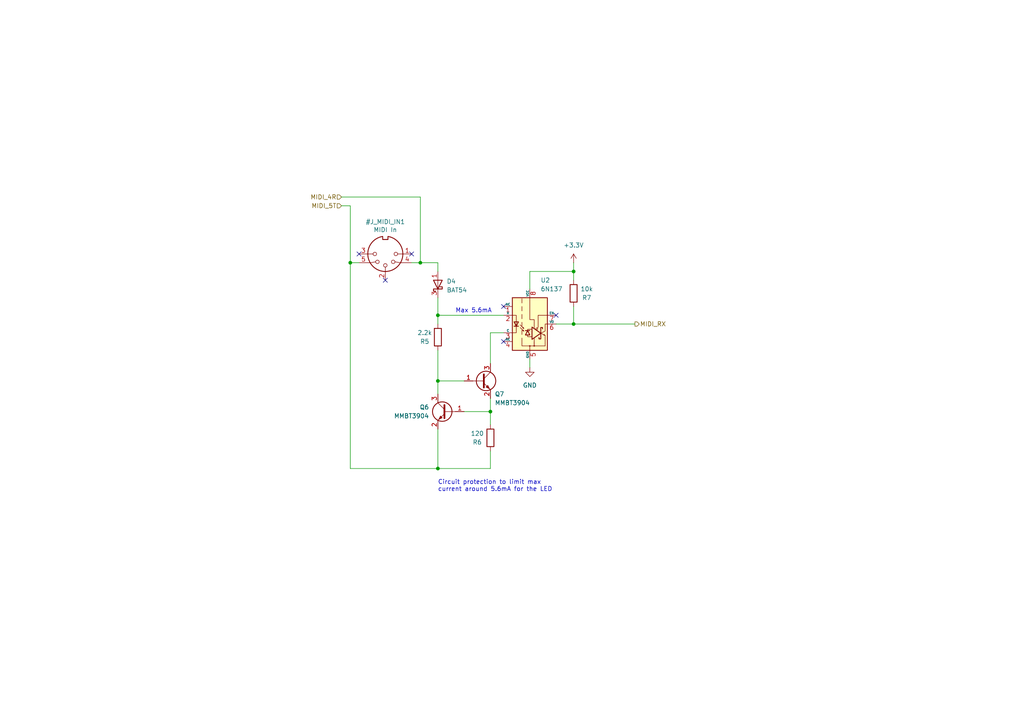
<source format=kicad_sch>
(kicad_sch (version 20250114) (generator "eeschema") (generator_version "9.0")
  (paper "A4")
  (lib_symbols
    (symbol "Connector:DIN-5_180degree" (pin_names (offset 1.016))
      (property "Reference" "J" (at 3.175 5.715 0))
      (property "Value" "DIN-5_180degree" (at 0 -6.35 0))
      (symbol "DIN-5_180degree_0_1"
        (polyline (pts (xy -5.08 2.54) (xy -4.318 2.54) (xy -2.794 2.286)))
        (polyline (pts (xy -5.08 0) (xy -3.556 0)))
        (circle (center -3.048 0) (radius 0.508))
        (circle (center -2.286 2.286) (radius 0.508))
        (polyline (pts (xy -0.762 -4.953) (xy -0.762 -4.191) (xy 0.762 -4.191) (xy 0.762 -4.953)) (stroke (width 0.254)))
        (arc (start 5.08 0) (mid 3.8673 -3.3444) (end 0.762 -5.08) (stroke (width 0.254)))
        (polyline (pts (xy 0 5.08) (xy 0 3.81)))
        (circle (center 0 3.302) (radius 0.508))
        (arc (start -5.08 0) (mid 0 5.0579) (end 5.08 0) (stroke (width 0.254)))
        (arc (start -0.762 -5.08) (mid -3.8597 -3.3379) (end -5.08 0) (stroke (width 0.254)))
        (circle (center 2.286 2.286) (radius 0.508))
        (circle (center 3.048 0) (radius 0.508))
        (polyline (pts (xy 5.08 2.54) (xy 4.318 2.54) (xy 2.794 2.286)))
        (polyline (pts (xy 5.08 0) (xy 3.556 0)))
      )
      (symbol "DIN-5_180degree_1_1"
        (pin passive line (at -7.62 2.54 0) (length 2.54) (name "~") (number "4"))
        (pin passive line (at -7.62 0 0) (length 2.54) (name "~") (number "1"))
        (pin passive line (at 0 7.62 270) (length 2.54) (name "~") (number "2"))
        (pin passive line (at 7.62 2.54 180) (length 2.54) (name "~") (number "5"))
        (pin passive line (at 7.62 0 180) (length 2.54) (name "~") (number "3"))
      )
    )
    (symbol "Device:R" (pin_numbers (hide yes)) (pin_names (offset 0))
      (property "Reference" "R" (at 2.032 0 90))
      (property "Value" "R" (at 0 0 90))
      (symbol "R_0_1"
        (rectangle (start -1.016 -2.54) (end 1.016 2.54) (stroke (width 0.254)))
      )
      (symbol "R_1_1"
        (pin passive line (at 0 3.81 270) (length 1.27) (name "~") (number "1"))
        (pin passive line (at 0 -3.81 90) (length 1.27) (name "~") (number "2"))
      )
    )
    (symbol "Diode:BAT54W" (pin_names (offset 1.016) (hide yes))
      (property "Reference" "D" (at 0 2.54 0))
      (property "Value" "BAT54W" (at 0 -2.54 0))
      (symbol "BAT54W_0_1"
        (polyline (pts (xy -1.905 0.635) (xy -1.905 1.27) (xy -1.27 1.27) (xy -1.27 -1.27) (xy -0.635 -1.27) (xy -0.635 -0.635)) (stroke (width 0.254)))
        (polyline (pts (xy 1.27 1.27) (xy 1.27 -1.27) (xy -1.27 0) (xy 1.27 1.27)) (stroke (width 0.254)))
        (polyline (pts (xy 1.27 0) (xy -1.27 0)))
      )
      (symbol "BAT54W_1_1"
        (pin passive line (at -3.81 0 0) (length 2.54) (name "K") (number "3"))
        (pin no_connect line (at 0 0 90) (length 2.54) (hide yes) (name "NC") (number "2"))
        (pin passive line (at 3.81 0 180) (length 2.54) (name "A") (number "1"))
      )
    )
    (symbol "Isolator:6N137" (pin_names (offset 0))
      (property "Reference" "U" (at -4.064 8.89 0))
      (property "Value" "6N137" (at 0 -8.89 0))
      (symbol "6N137_0_1"
        (polyline (pts (xy -5.08 -2.54) (xy -3.937 -2.54) (xy -3.937 2.54) (xy -5.08 2.54)))
        (polyline (pts (xy -2.794 -0.254) (xy -1.717 -1.331) (xy -2.076 -1.152) (xy -1.896 -0.972) (xy -1.717 -1.331)))
        (polyline (pts (xy -2.794 -1.016) (xy -1.717 -2.093) (xy -2.076 -1.914) (xy -1.896 -1.734) (xy -1.717 -2.093)))
        (polyline (pts (xy 0 -6.35) (xy -2.286 -6.35) (xy -2.286 -4.064)))
        (polyline (pts (xy 1.27 -5.08) (xy 1.27 -6.35) (xy 0 -6.35) (xy 0 -7.62)))
        (polyline (pts (xy 3.175 -2.667) (xy 0.635 -4.445) (xy 0.635 -0.889) (xy 3.175 -2.667)) (stroke (width 0.254)))
      )
      (symbol "6N137_1_1"
        (rectangle (start -5.08 7.62) (end 5.08 -7.62) (stroke (width 0.254)) (fill (type background)))
        (polyline (pts (xy -4.572 -0.635) (xy -3.302 -0.635)) (stroke (width 0.254)))
        (polyline (pts (xy -3.937 -0.635) (xy -4.572 0.635) (xy -3.302 0.635) (xy -3.937 -0.635)) (stroke (width 0.254)))
        (polyline (pts (xy -2.286 7.366) (xy -2.286 6.096)))
        (polyline (pts (xy -2.286 5.08) (xy -2.286 3.81)))
        (polyline (pts (xy -2.286 2.794) (xy -2.286 1.524)))
        (polyline (pts (xy -2.286 0.508) (xy -2.286 -0.762)))
        (polyline (pts (xy -2.286 -1.778) (xy -2.286 -3.048)))
        (polyline (pts (xy -1.27 -1.905) (xy 0 -1.905)) (stroke (width 0.254)))
        (polyline (pts (xy -0.635 -1.905) (xy -0.635 -1.524) (xy 0.508 -1.524)))
        (polyline (pts (xy -0.635 -1.905) (xy -1.27 -3.175) (xy 0 -3.175) (xy -0.635 -1.905)) (stroke (width 0.254)))
        (polyline (pts (xy -0.635 -3.302) (xy -0.635 -3.683) (xy 0.635 -3.683)))
        (circle (center 0 -6.35) (radius 0.127) (fill (type outline)))
        (polyline (pts (xy 1.27 -1.27) (xy 1.27 1.27) (xy 0 1.27) (xy 0 7.62)))
        (polyline (pts (xy 1.27 -4.064) (xy 1.27 -6.35) (xy 4.445 -6.35)))
        (circle (center 1.27 -6.35) (radius 0.127) (fill (type outline)))
        (circle (center 2.032 -1.397) (radius 0.254))
        (polyline (pts (xy 2.1844 -1.1684) (xy 2.413 -0.889) (xy 2.413 2.54) (xy 5.08 2.54)))
        (polyline (pts (xy 3.175 -2.667) (xy 4.445 -3.302) (xy 4.445 -6.35)))
        (polyline (pts (xy 3.175 -2.667) (xy 3.175 -1.016) (xy 3.683 -1.016) (xy 3.683 -1.397)) (stroke (width 0.254)))
        (polyline (pts (xy 3.175 -2.667) (xy 3.175 -4.318) (xy 2.667 -4.318) (xy 2.667 -3.937)) (stroke (width 0.254)))
        (polyline (pts (xy 3.175 -2.667) (xy 4.445 -2.032) (xy 4.445 0) (xy 5.08 0)))
        (polyline (pts (xy 4.445 -3.302) (xy 4.161 -3.018) (xy 4.047 -3.246) (xy 4.445 -3.302)) (stroke (width 0.127)) (fill (type outline)))
        (pin passive line (at -7.62 5.08 0) (length 2.54) (name "NC") (number "1"))
        (pin passive line (at -7.62 2.54 0) (length 2.54) (name "A") (number "2"))
        (pin passive line (at -7.62 -2.54 0) (length 2.54) (name "C") (number "3"))
        (pin passive line (at -7.62 -5.08 0) (length 2.54) (name "NC") (number "4"))
        (pin power_in line (at 0 10.16 270) (length 2.54) (name "VCC") (number "8"))
        (pin power_in line (at 0 -10.16 90) (length 2.54) (name "GND") (number "5"))
        (pin input line (at 7.62 2.54 180) (length 2.54) (name "EN") (number "7"))
        (pin open_collector line (at 7.62 0 180) (length 2.54) (name "VO") (number "6"))
      )
    )
    (symbol "Transistor_BJT:MMBT3904" (pin_names (offset 0) (hide yes))
      (property "Reference" "Q" (at 5.08 1.905 0))
      (property "Value" "MMBT3904" (at 5.08 0 0))
      (symbol "MMBT3904_0_1"
        (polyline (pts (xy -2.54 0) (xy 0.635 0)))
        (polyline (pts (xy 0.635 1.905) (xy 0.635 -1.905)) (stroke (width 0.508)))
        (circle (center 1.27 0) (radius 2.8194) (stroke (width 0.254)))
      )
      (symbol "MMBT3904_1_1"
        (polyline (pts (xy 0.635 0.635) (xy 2.54 2.54)))
        (polyline (pts (xy 0.635 -0.635) (xy 2.54 -2.54)))
        (polyline (pts (xy 1.27 -1.778) (xy 1.778 -1.27) (xy 2.286 -2.286) (xy 1.27 -1.778)) (fill (type outline)))
        (pin input line (at -5.08 0 0) (length 2.54) (name "B") (number "1"))
        (pin passive line (at 2.54 5.08 270) (length 2.54) (name "C") (number "3"))
        (pin passive line (at 2.54 -5.08 90) (length 2.54) (name "E") (number "2"))
      )
    )
    (symbol "power:+3.3V" (power) (pin_numbers (hide yes)) (pin_names (offset 0) (hide yes))
      (property "Value" "+3.3V" (at 0 3.556 0))
      (symbol "+3.3V_0_1"
        (polyline (pts (xy -0.762 1.27) (xy 0 2.54)))
        (polyline (pts (xy 0 2.54) (xy 0.762 1.27)))
        (polyline (pts (xy 0 0) (xy 0 2.54)))
      )
      (symbol "+3.3V_1_1"
        (pin power_in line (at 0 0 90) (length 0) (name "~") (number "1"))
      )
    )
    (symbol "power:GND" (power) (pin_numbers (hide yes)) (pin_names (offset 0) (hide yes))
      (property "Value" "GND" (at 0 -3.81 0))
      (symbol "GND_0_1"
        (polyline (pts (xy 0 0) (xy 0 -1.27) (xy 1.27 -1.27) (xy 0 -2.54) (xy -1.27 -1.27) (xy 0 -1.27)))
      )
      (symbol "GND_1_1"
        (pin power_in line (at 0 0 270) (length 0) (name "~") (number "1"))
      )
    )
  )
  (text "Max 5.6mA" (at 132.08 90.17 0) (effects (font (size 1.27 1.27)) (justify left)))
  (text "Circuit protection to limit max \ncurrent around 5.6mA for the LED" (at 127 140.97 0) (effects (font (size 1.27 1.27)) (justify left)))
  (junction (at 166.37 93.98))
  (junction (at 166.37 78.74))
  (junction (at 101.6 76.2))
  (junction (at 121.92 76.2))
  (junction (at 127 91.44))
  (junction (at 127 110.49))
  (junction (at 127 135.89))
  (junction (at 142.24 119.38))
  (no_connect (at 146.05 88.9))
  (no_connect (at 119.38 73.66))
  (no_connect (at 104.14 73.66))
  (no_connect (at 146.05 99.06))
  (no_connect (at 111.76 81.28))
  (no_connect (at 161.29 91.44))
  (wire (pts (xy 142.24 119.38) (xy 142.24 115.57)))
  (wire (pts (xy 121.92 57.15) (xy 121.92 76.2)))
  (wire (pts (xy 146.05 96.52) (xy 142.24 96.52)))
  (wire (pts (xy 99.06 57.15) (xy 121.92 57.15)))
  (wire (pts (xy 101.6 76.2) (xy 104.14 76.2)))
  (wire (pts (xy 119.38 76.2) (xy 121.92 76.2)))
  (wire (pts (xy 101.6 59.69) (xy 101.6 76.2)))
  (wire (pts (xy 127 110.49) (xy 127 114.3)))
  (wire (pts (xy 101.6 59.69) (xy 99.06 59.69)))
  (wire (pts (xy 142.24 119.38) (xy 142.24 123.19)))
  (wire (pts (xy 153.67 106.68) (xy 153.67 104.14)))
  (wire (pts (xy 134.62 119.38) (xy 142.24 119.38)))
  (wire (pts (xy 127 91.44) (xy 127 93.98)))
  (wire (pts (xy 127 135.89) (xy 142.24 135.89)))
  (wire (pts (xy 166.37 93.98) (xy 184.15 93.98)))
  (wire (pts (xy 101.6 76.2) (xy 101.6 135.89)))
  (wire (pts (xy 161.29 93.98) (xy 166.37 93.98)))
  (wire (pts (xy 153.67 78.74) (xy 153.67 83.82)))
  (wire (pts (xy 166.37 76.2) (xy 166.37 78.74)))
  (wire (pts (xy 127 124.46) (xy 127 135.89)))
  (wire (pts (xy 166.37 78.74) (xy 166.37 81.28)))
  (wire (pts (xy 166.37 78.74) (xy 153.67 78.74)))
  (wire (pts (xy 127 91.44) (xy 127 86.36)))
  (wire (pts (xy 121.92 76.2) (xy 127 76.2)))
  (wire (pts (xy 127 101.6) (xy 127 110.49)))
  (wire (pts (xy 101.6 135.89) (xy 127 135.89)))
  (wire (pts (xy 127 76.2) (xy 127 78.74)))
  (wire (pts (xy 142.24 96.52) (xy 142.24 105.41)))
  (wire (pts (xy 127 110.49) (xy 134.62 110.49)))
  (wire (pts (xy 166.37 88.9) (xy 166.37 93.98)))
  (wire (pts (xy 146.05 91.44) (xy 127 91.44)))
  (wire (pts (xy 142.24 135.89) (xy 142.24 130.81)))
  (hierarchical_label "MIDI_RX" (shape output) (at 184.15 93.98 0))
  (hierarchical_label "MIDI_4R" (shape input) (at 99.06 57.15 180))
  (hierarchical_label "MIDI_5T" (shape input) (at 99.06 59.69 180))
  (symbol (lib_id "power:+3.3V") (at 166.37 76.2 0) (unit 1)
    (property "Reference" "#PWR027" (effects (hide yes)))
    (property "Value" "+3.3V" (at 166.37 71.12 0))
    (property "Description" "Power symbol creates a global label with name \"+3.3V\"" (effects (hide yes)))
  )
  (symbol (lib_id "Transistor_BJT:MMBT3904") (at 129.54 119.38 0) (mirror y) (unit 1)
    (property "Reference" "Q6" (at 124.46 118.1099 0) (effects (justify left)))
    (property "Value" "MMBT3904" (at 124.46 120.6499 0) (effects (justify left)))
    (property "Footprint" "Package_TO_SOT_SMD:SOT-23" (effects (hide yes)))
    (property "Datasheet" "https://jlcpcb.com/api/file/downloadByFileSystemAccessId/8552894390268936192" (effects (hide yes)))
    (property "Description" "0.2A Ic, 40V Vce, Small Signal NPN Transistor, SOT-23" (effects (hide yes)))
    (property "Vendor" "JLCPCB" (effects (hide yes)))
    (property "LCSC" "C20526" (effects (hide yes)))
    (property "CHECKED" "YES" (effects (hide yes)))
  )
  (symbol (lib_id "Device:R") (at 142.24 127 0) (mirror x) (unit 1)
    (property "Reference" "R6" (at 138.43 128.27 0))
    (property "Value" "120" (at 138.43 125.73 0))
    (property "Footprint" "Resistor_SMD:R_0603_1608Metric" (effects (hide yes)))
    (property "LCSC" "C22787" (effects (hide yes)))
    (property "Vendor" "JLCPCB" (effects (hide yes)))
    (property "CHECKED" "YES" (effects (hide yes)))
  )
  (symbol (lib_id "Device:R") (at 166.37 85.09 180) (unit 1)
    (property "Reference" "R7" (at 170.18 86.36 0))
    (property "Value" "10k" (at 170.18 83.82 0))
    (property "Footprint" "Resistor_SMD:R_0603_1608Metric" (effects (hide yes)))
    (property "LCSC" "C25804" (effects (hide yes)))
    (property "Vendor" "JLCPCB" (effects (hide yes)))
    (property "CHECKED" "YES" (effects (hide yes)))
  )
  (symbol (lib_id "Isolator:6N137") (at 153.67 93.98 0) (unit 1)
    (property "Reference" "U2" (at 156.7881 81.28 0) (effects (justify left)))
    (property "Value" "6N137" (at 156.7881 83.82 0) (effects (justify left)))
    (property "Footprint" "Package_SO:SOP-8_6.605x9.655mm_P2.54mm" (effects (hide yes)))
    (property "Datasheet" "https://docs.broadcom.com/docs/AV02-0940EN" (effects (hide yes)))
    (property "Description" "Single High Speed LSTTL/TTL Compatible Optocoupler with enable, dV/dt 1000/us, VCM 10, max 7V VCC, DIP-8" (effects (hide yes)))
    (property "Vendor" "JLCPCB" (effects (hide yes)))
    (property "LCSC" "C92651" (effects (hide yes)))
    (property "CHECKED" "YES" (effects (hide yes)))
  )
  (symbol (lib_id "Transistor_BJT:MMBT3904") (at 139.7 110.49 0) (unit 1)
    (property "Reference" "Q7" (at 143.51 114.3 0) (effects (justify left)))
    (property "Value" "MMBT3904" (at 143.51 116.84 0) (effects (justify left)))
    (property "Footprint" "Package_TO_SOT_SMD:SOT-23" (effects (hide yes)))
    (property "Datasheet" "https://jlcpcb.com/api/file/downloadByFileSystemAccessId/8552894390268936192" (effects (hide yes)))
    (property "Description" "0.2A Ic, 40V Vce, Small Signal NPN Transistor, SOT-23" (effects (hide yes)))
    (property "Vendor" "JLCPCB" (effects (hide yes)))
    (property "LCSC" "C20526" (effects (hide yes)))
    (property "CHECKED" "YES" (effects (hide yes)))
  )
  (symbol (lib_id "Device:R") (at 127 97.79 0) (mirror x) (unit 1)
    (property "Reference" "R5" (at 123.19 99.06 0))
    (property "Value" "2.2k" (at 123.19 96.52 0))
    (property "Footprint" "Resistor_SMD:R_0603_1608Metric" (effects (hide yes)))
    (property "LCSC" "C4190" (effects (hide yes)))
    (property "Vendor" "JLCPCB" (effects (hide yes)))
    (property "CHECKED" "YES" (effects (hide yes)))
  )
  (symbol (lib_id "Connector:DIN-5_180degree") (at 111.76 73.66 180) (unit 1)
    (property "Reference" "#J_MIDI_IN1" (at 111.76 64.3382 0))
    (property "Value" "MIDI In" (at 111.76 66.6496 0))
    (property "Datasheet" "http://www.mouser.com/ds/2/18/40_c091_abd_e-75918.pdf" (effects (hide yes)))
  )
  (symbol (lib_id "power:GND") (at 153.67 106.68 0) (unit 1)
    (property "Reference" "#PWR026" (effects (hide yes)))
    (property "Value" "GND" (at 153.67 111.76 0))
    (property "Description" "Power symbol creates a global label with name \"GND\" , ground" (effects (hide yes)))
  )
  (symbol (lib_id "Diode:BAT54W") (at 127 82.55 90) (unit 1)
    (property "Reference" "D4" (at 129.54 81.5974 90) (effects (justify right)))
    (property "Value" "BAT54" (at 129.54 84.1374 90) (effects (justify right)))
    (property "Footprint" "Package_TO_SOT_SMD:SOT-23" (effects (hide yes)))
    (property "Datasheet" "https://assets.nexperia.com/documents/data-sheet/BAT54W_SER.pdf" (effects (hide yes)))
    (property "Description" "Schottky barrier diode, SOT-323" (effects (hide yes)))
    (property "Vendor" "JLCPCB" (effects (hide yes)))
    (property "LCSC" "C22466368" (effects (hide yes)))
    (property "CHECKED" "YES" (effects (hide yes)))
  )
)
</source>
